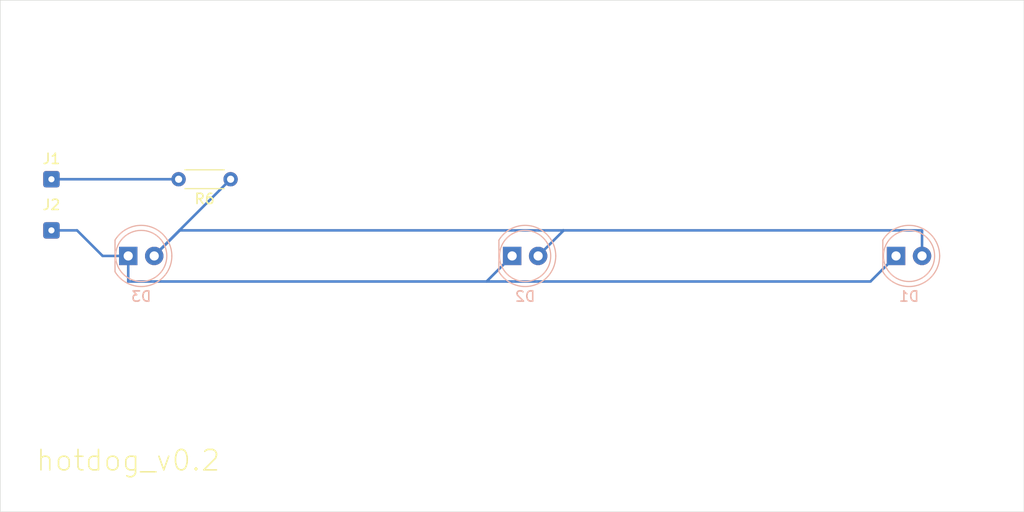
<source format=kicad_pcb>
(kicad_pcb (version 20211014) (generator pcbnew)
  (layers (0 "F.Cu" signal) (31 "B.Cu" signal) (34 "B.Paste" user) (35 "F.Paste" user) (36 "B.SilkS" user "B.Silkscreen") (37 "F.SilkS" user "F.Silkscreen") (38 "B.Mask" user) (39 "F.Mask" user) (44 "Edge.Cuts" user))
  (net 0 "")
  (net 1 "Net-(D1-Pad1)")
  (net 2 "Net-(D1-Pad2)")
  (net 3 "Net-(J1-Pad1)")
  (footprint "Resistor_THT:R_Axial_DIN0204_L3.6mm_D1.6mm_P5.08mm_Horizontal" (layer "F.Cu") (at 97.5 67.5 180)
    (fp_text reference "R6" (at 2.54 -1.92 180) (layer "F.SilkS"))
    (fp_text value "R")
    (fp_line (start 0.62 0.92) (end 4.46 0.92) (layer "F.SilkS") (width 0.12))
    (fp_line (start 0.62 -0.92) (end 4.46 -0.92) (layer "F.SilkS") (width 0.12))
    (pad "1" thru_hole circle (at 0 0 180) (size 1.4 1.4) (drill 0.7) (layers *.Cu *.Mask) (net 2 "Net-(D1-Pad2)"))
    (pad "2" thru_hole oval (at 5.08 0 180) (size 1.4 1.4) (drill 0.7) (layers *.Cu *.Mask) (net 3 "Net-(J1-Pad1)"))
  )
  (footprint "Connector_Wire:SolderWire-0.1sqmm_1x01_D0.4mm_OD1mm" (layer "F.Cu") (at 80 72.5)
    (fp_text reference "J2" (at 0 -2.5) (layer "F.SilkS"))
    (fp_text value "Conn_01x01")
    (pad "1" thru_hole roundrect (at 0 0) (size 1.6 1.6) (drill 0.6) (layers *.Cu *.Mask) (roundrect_rratio 0.15625) (net 1 "Net-(D1-Pad1)"))
  )
  (footprint "Connector_Wire:SolderWire-0.1sqmm_1x01_D0.4mm_OD1mm" (layer "F.Cu") (at 80 67.5)
    (fp_text reference "J1" (at 0 -2) (layer "F.SilkS"))
    (fp_text value "Conn_01x01")
    (pad "1" thru_hole roundrect (at 0 0) (size 1.6 1.6) (drill 0.6) (layers *.Cu *.Mask) (roundrect_rratio 0.15625) (net 3 "Net-(J1-Pad1)"))
  )
  (footprint "LED_THT:LED_D5.0mm" (layer "B.Cu") (at 162.5 75)
    (fp_text reference "D1" (at 1.27 3.96) (layer "B.SilkS") (effects (justify mirror)))
    (fp_text value "LED")
    (fp_line (start -1.29 1.545) (end -1.29 -1.545) (layer "B.SilkS") (width 0.12))
    (fp_arc (start -1.29 -1.54483) (mid 2.072002 -2.880433) (end 4.26 0.000462) (layer "B.SilkS") (width 0.12))
    (fp_arc (start 4.26 -0.000462) (mid 2.072002 2.880433) (end -1.29 1.54483) (layer "B.SilkS") (width 0.12))
    (fp_circle (center 1.27 0) (end 3.77 0) (layer "B.SilkS") (width 0.12) (fill none))
    (pad "1" thru_hole rect (at 0 0) (size 1.8 1.8) (drill 0.9) (layers *.Cu *.Mask) (net 1 "Net-(D1-Pad1)"))
    (pad "2" thru_hole circle (at 2.54 0) (size 1.8 1.8) (drill 0.9) (layers *.Cu *.Mask) (net 2 "Net-(D1-Pad2)"))
  )
  (footprint "LED_THT:LED_D5.0mm" (layer "B.Cu") (at 125 75)
    (fp_text reference "D2" (at 1.27 3.96) (layer "B.SilkS") (effects (justify mirror)))
    (fp_text value "LED")
    (fp_line (start -1.29 1.545) (end -1.29 -1.545) (layer "B.SilkS") (width 0.12))
    (fp_arc (start -1.29 -1.54483) (mid 2.072002 -2.880433) (end 4.26 0.000462) (layer "B.SilkS") (width 0.12))
    (fp_arc (start 4.26 -0.000462) (mid 2.072002 2.880433) (end -1.29 1.54483) (layer "B.SilkS") (width 0.12))
    (fp_circle (center 1.27 0) (end 3.77 0) (layer "B.SilkS") (width 0.12) (fill none))
    (pad "1" thru_hole rect (at 0 0) (size 1.8 1.8) (drill 0.9) (layers *.Cu *.Mask) (net 1 "Net-(D1-Pad1)"))
    (pad "2" thru_hole circle (at 2.54 0) (size 1.8 1.8) (drill 0.9) (layers *.Cu *.Mask) (net 2 "Net-(D1-Pad2)"))
  )
  (footprint "LED_THT:LED_D5.0mm" (layer "B.Cu") (at 87.5 75)
    (fp_text reference "D3" (at 1.27 3.96) (layer "B.SilkS") (effects (justify mirror)))
    (fp_text value "LED")
    (fp_line (start -1.29 1.545) (end -1.29 -1.545) (layer "B.SilkS") (width 0.12))
    (fp_arc (start 4.26 -0.000462) (mid 2.072002 2.880433) (end -1.29 1.54483) (layer "B.SilkS") (width 0.12))
    (fp_arc (start -1.29 -1.54483) (mid 2.072002 -2.880433) (end 4.26 0.000462) (layer "B.SilkS") (width 0.12))
    (fp_circle (center 1.27 0) (end 3.77 0) (layer "B.SilkS") (width 0.12) (fill none))
    (pad "1" thru_hole rect (at 0 0) (size 1.8 1.8) (drill 0.9) (layers *.Cu *.Mask) (net 1 "Net-(D1-Pad1)"))
    (pad "2" thru_hole circle (at 2.54 0) (size 1.8 1.8) (drill 0.9) (layers *.Cu *.Mask) (net 2 "Net-(D1-Pad2)"))
  )
  (gr_rect (start 175 50) (end 75 100) (layer "Edge.Cuts") (width 0.05) (fill none))
  (gr_text "hotdog_v0.2" (at 87.5 95) (layer "F.SilkS") (effects (font (size 2 2))))
  (segment (start 85 75) (end 87.5 75) (width 0.25) (layer "B.Cu") (net 1))
  (segment (start 87.5 77.5) (end 122.5 77.5) (width 0.25) (layer "B.Cu") (net 1))
  (segment (start 122.5 77.5) (end 125 75) (width 0.25) (layer "B.Cu") (net 1))
  (segment (start 122.5 77.5) (end 160 77.5) (width 0.25) (layer "B.Cu") (net 1))
  (segment (start 82.5 72.5) (end 85 75) (width 0.25) (layer "B.Cu") (net 1))
  (segment (start 80 72.5) (end 82.5 72.5) (width 0.25) (layer "B.Cu") (net 1))
  (segment (start 160 77.5) (end 162.5 75) (width 0.25) (layer "B.Cu") (net 1))
  (segment (start 87.5 75) (end 87.5 77.5) (width 0.25) (layer "B.Cu") (net 1))
  (segment (start 90.04 75) (end 92.5 72.54) (width 0.25) (layer "B.Cu") (net 2))
  (segment (start 92.5 72.54) (end 92.5 72.5) (width 0.25) (layer "B.Cu") (net 2))
  (segment (start 97.5 67.5) (end 90.04 74.96) (width 0.25) (layer "B.Cu") (net 2))
  (segment (start 127.54 75) (end 130 72.54) (width 0.25) (layer "B.Cu") (net 2))
  (segment (start 92.5 72.5) (end 130 72.5) (width 0.25) (layer "B.Cu") (net 2))
  (segment (start 165 72.5) (end 165.04 72.54) (width 0.25) (layer "B.Cu") (net 2))
  (segment (start 165.04 72.54) (end 165.04 75) (width 0.25) (layer "B.Cu") (net 2))
  (segment (start 130 72.5) (end 165 72.5) (width 0.25) (layer "B.Cu") (net 2))
  (segment (start 130 72.54) (end 130 72.5) (width 0.25) (layer "B.Cu") (net 2))
  (segment (start 90.04 74.96) (end 90.04 75) (width 0.25) (layer "B.Cu") (net 2))
  (segment (start 80 67.5) (end 92.42 67.5) (width 0.25) (layer "B.Cu") (net 3))
)
</source>
